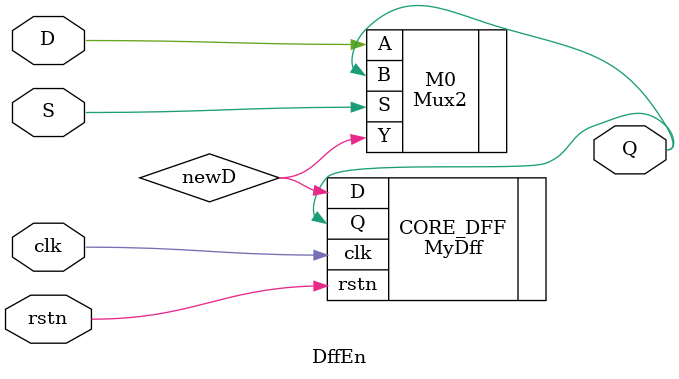
<source format=v>
/*
 * DffEn.v
 * 
 * "Synchronous DFF with enable signal (i.e. alternate form of DFF)"
 */
module DffEn (
    // Flop I/O.
    input  D,
    output Q,
    
    // Control signal.
    input  S,
    
    // Common signals.
    input  clk,
    input  rstn
);

// Wire selecting input for DFF.
wire newD;

// Mux used to select if DFF should update.
Mux2 M0 (
    .A(D),
    .B(Q),
    .S(S),
    .Y(newD)
);

// Typical DFF (arguable not primitive, but close enough).
MyDff CORE_DFF (
    .D(newD),
    .Q(Q),
    .clk(clk),
    .rstn(rstn)
);

endmodule

</source>
